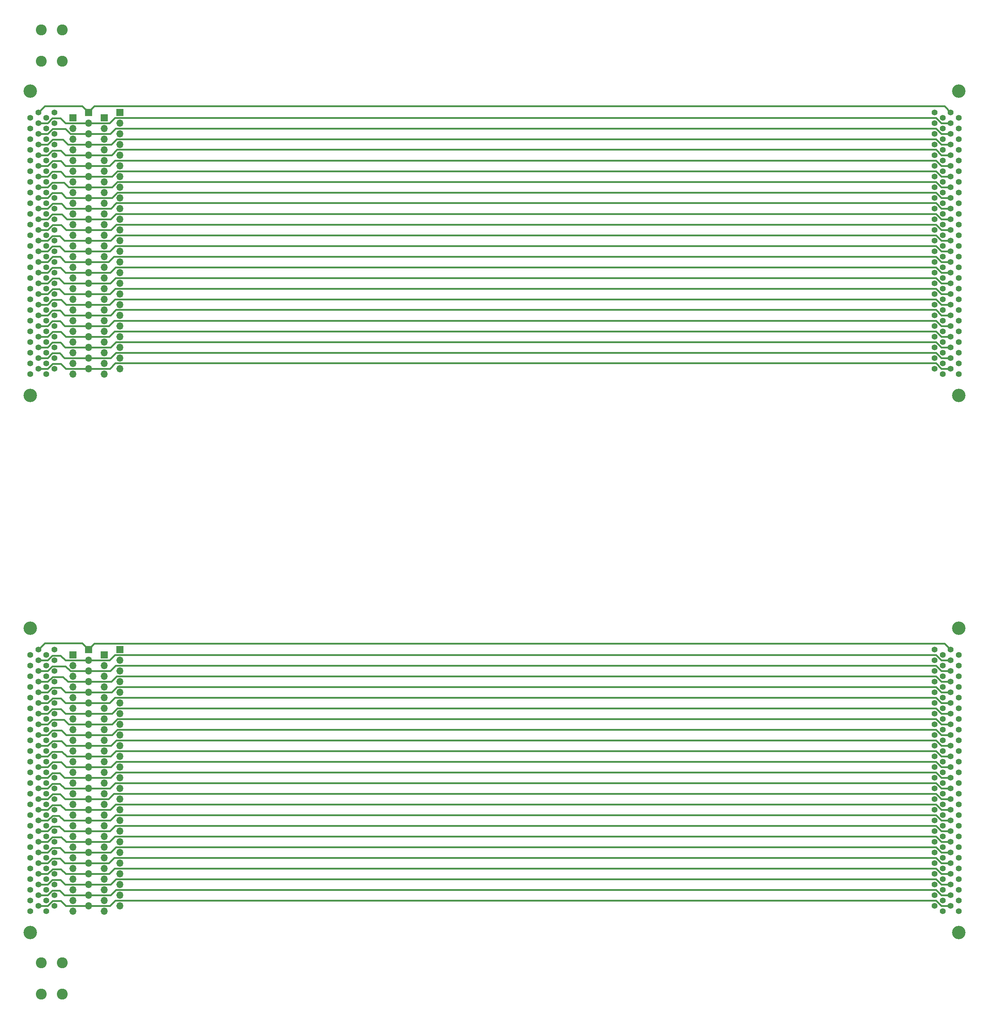
<source format=gbr>
%TF.GenerationSoftware,KiCad,Pcbnew,5.1.12-84ad8e8a86~92~ubuntu20.04.1*%
%TF.CreationDate,2022-06-08T18:54:32+02:00*%
%TF.ProjectId,bvm-a-card-breakout,62766d2d-612d-4636-9172-642d62726561,rev?*%
%TF.SameCoordinates,Original*%
%TF.FileFunction,Copper,L2,Inr*%
%TF.FilePolarity,Positive*%
%FSLAX46Y46*%
G04 Gerber Fmt 4.6, Leading zero omitted, Abs format (unit mm)*
G04 Created by KiCad (PCBNEW 5.1.12-84ad8e8a86~92~ubuntu20.04.1) date 2022-06-08 18:54:32*
%MOMM*%
%LPD*%
G01*
G04 APERTURE LIST*
%TA.AperFunction,ComponentPad*%
%ADD10C,3.200000*%
%TD*%
%TA.AperFunction,ComponentPad*%
%ADD11C,1.400000*%
%TD*%
%TA.AperFunction,ComponentPad*%
%ADD12O,1.700000X1.700000*%
%TD*%
%TA.AperFunction,ComponentPad*%
%ADD13R,1.700000X1.700000*%
%TD*%
%TA.AperFunction,ComponentPad*%
%ADD14C,2.600000*%
%TD*%
%TA.AperFunction,Conductor*%
%ADD15C,0.400000*%
%TD*%
G04 APERTURE END LIST*
D10*
%TO.N,N/C*%
%TO.C,J1*%
X124648840Y-162687000D03*
X124648840Y-90297000D03*
D11*
%TO.N,B2*%
X124648840Y-96647000D03*
%TO.N,B4*%
X124648840Y-99187000D03*
%TO.N,B6*%
X124648840Y-101727000D03*
%TO.N,B8*%
X124648840Y-104267000D03*
%TO.N,B10*%
X124648840Y-106807000D03*
%TO.N,B12*%
X124648840Y-109347000D03*
%TO.N,B14*%
X124648840Y-111887000D03*
%TO.N,B16*%
X124648840Y-114427000D03*
%TO.N,B18*%
X124648840Y-116967000D03*
%TO.N,B20*%
X124648840Y-119507000D03*
%TO.N,B22*%
X124648840Y-122047000D03*
%TO.N,B24*%
X124648840Y-124587000D03*
%TO.N,B26*%
X124648840Y-127127000D03*
%TO.N,B28*%
X124648840Y-129667000D03*
%TO.N,B30*%
X124648840Y-132207000D03*
%TO.N,B32*%
X124648840Y-134747000D03*
%TO.N,B34*%
X124648840Y-137287000D03*
%TO.N,B36*%
X124648840Y-139827000D03*
%TO.N,B38*%
X124648840Y-142367000D03*
%TO.N,B40*%
X124648840Y-144907000D03*
%TO.N,B42*%
X124648840Y-147447000D03*
%TO.N,B44*%
X124648840Y-149987000D03*
%TO.N,B46*%
X124648840Y-152527000D03*
%TO.N,B48*%
X124648840Y-155067000D03*
%TO.N,B50*%
X124648840Y-157607000D03*
%TO.N,A1*%
X130363840Y-95377000D03*
%TO.N,A3*%
X130363840Y-97917000D03*
%TO.N,A5*%
X130363840Y-100457000D03*
%TO.N,A7*%
X130363840Y-102997000D03*
%TO.N,A9*%
X130363840Y-105537000D03*
%TO.N,A11*%
X130363840Y-108077000D03*
%TO.N,A13*%
X130363840Y-110617000D03*
%TO.N,A15*%
X130363840Y-113157000D03*
%TO.N,A17*%
X130363840Y-115697000D03*
%TO.N,A19*%
X130363840Y-118237000D03*
%TO.N,A21*%
X130363840Y-120777000D03*
%TO.N,A23*%
X130363840Y-123317000D03*
%TO.N,A25*%
X130363840Y-125857000D03*
%TO.N,A27*%
X130363840Y-128397000D03*
%TO.N,A29*%
X130363840Y-130937000D03*
%TO.N,A31*%
X130363840Y-133477000D03*
%TO.N,A33*%
X130363840Y-136017000D03*
%TO.N,A35*%
X130363840Y-138557000D03*
%TO.N,A37*%
X130363840Y-141097000D03*
%TO.N,A39*%
X130363840Y-143637000D03*
%TO.N,A41*%
X130363840Y-146177000D03*
%TO.N,A43*%
X130363840Y-148717000D03*
%TO.N,A45*%
X130363840Y-151257000D03*
%TO.N,A47*%
X130363840Y-153797000D03*
%TO.N,A49*%
X130363840Y-156337000D03*
%TO.N,A2*%
X128458840Y-96647000D03*
%TO.N,A4*%
X128458840Y-99187000D03*
%TO.N,A6*%
X128458840Y-101727000D03*
%TO.N,A8*%
X128458840Y-104267000D03*
%TO.N,A10*%
X128458840Y-106807000D03*
%TO.N,A12*%
X128458840Y-109347000D03*
%TO.N,A14*%
X128458840Y-111887000D03*
%TO.N,A16*%
X128458840Y-114427000D03*
%TO.N,A18*%
X128458840Y-116967000D03*
%TO.N,A20*%
X128458840Y-119507000D03*
%TO.N,A22*%
X128458840Y-122047000D03*
%TO.N,A24*%
X128458840Y-124587000D03*
%TO.N,A26*%
X128458840Y-127127000D03*
%TO.N,A28*%
X128458840Y-129667000D03*
%TO.N,A30*%
X128458840Y-132207000D03*
%TO.N,A32*%
X128458840Y-134747000D03*
%TO.N,A34*%
X128458840Y-137287000D03*
%TO.N,A36*%
X128458840Y-139827000D03*
%TO.N,A38*%
X128458840Y-142367000D03*
%TO.N,A40*%
X128458840Y-144907000D03*
%TO.N,A42*%
X128458840Y-147447000D03*
%TO.N,A44*%
X128458840Y-149987000D03*
%TO.N,A46*%
X128458840Y-152527000D03*
%TO.N,A48*%
X128458840Y-155067000D03*
%TO.N,A50*%
X128458840Y-157607000D03*
%TO.N,B1*%
X126553840Y-95377000D03*
%TO.N,B3*%
X126553840Y-97917000D03*
%TO.N,B5*%
X126553840Y-100457000D03*
%TO.N,B7*%
X126553840Y-102997000D03*
%TO.N,B9*%
X126553840Y-105537000D03*
%TO.N,B11*%
X126553840Y-108077000D03*
%TO.N,B13*%
X126553840Y-110617000D03*
%TO.N,B15*%
X126553840Y-113157000D03*
%TO.N,B17*%
X126553840Y-115697000D03*
%TO.N,B19*%
X126553840Y-118237000D03*
%TO.N,B21*%
X126553840Y-120777000D03*
%TO.N,B23*%
X126553840Y-123317000D03*
%TO.N,B25*%
X126553840Y-125857000D03*
%TO.N,B27*%
X126553840Y-128397000D03*
%TO.N,B29*%
X126553840Y-130937000D03*
%TO.N,B31*%
X126553840Y-133477000D03*
%TO.N,B33*%
X126553840Y-136017000D03*
%TO.N,B35*%
X126553840Y-138557000D03*
%TO.N,B37*%
X126553840Y-141097000D03*
%TO.N,B39*%
X126553840Y-143637000D03*
%TO.N,B41*%
X126553840Y-146177000D03*
%TO.N,B43*%
X126553840Y-148717000D03*
%TO.N,B45*%
X126553840Y-151257000D03*
%TO.N,B47*%
X126553840Y-153797000D03*
%TO.N,B49*%
X126553840Y-156337000D03*
%TD*%
%TO.N,B49_2*%
%TO.C,J11*%
X126552960Y-284129480D03*
%TO.N,B47_2*%
X126552960Y-281589480D03*
%TO.N,B45_2*%
X126552960Y-279049480D03*
%TO.N,B43_2*%
X126552960Y-276509480D03*
%TO.N,B41_2*%
X126552960Y-273969480D03*
%TO.N,B39_2*%
X126552960Y-271429480D03*
%TO.N,B37_2*%
X126552960Y-268889480D03*
%TO.N,B35_2*%
X126552960Y-266349480D03*
%TO.N,B33_2*%
X126552960Y-263809480D03*
%TO.N,B31_2*%
X126552960Y-261269480D03*
%TO.N,B29_2*%
X126552960Y-258729480D03*
%TO.N,B27_2*%
X126552960Y-256189480D03*
%TO.N,B25_2*%
X126552960Y-253649480D03*
%TO.N,B23_2*%
X126552960Y-251109480D03*
%TO.N,B21_2*%
X126552960Y-248569480D03*
%TO.N,B19_2*%
X126552960Y-246029480D03*
%TO.N,B17_2*%
X126552960Y-243489480D03*
%TO.N,B15_2*%
X126552960Y-240949480D03*
%TO.N,B13_2*%
X126552960Y-238409480D03*
%TO.N,B11_2*%
X126552960Y-235869480D03*
%TO.N,B9_2*%
X126552960Y-233329480D03*
%TO.N,B7_2*%
X126552960Y-230789480D03*
%TO.N,B5_2*%
X126552960Y-228249480D03*
%TO.N,B3_2*%
X126552960Y-225709480D03*
%TO.N,B1_2*%
X126552960Y-223169480D03*
%TO.N,A50_2*%
X128457960Y-285399480D03*
%TO.N,A48_2*%
X128457960Y-282859480D03*
%TO.N,A46_2*%
X128457960Y-280319480D03*
%TO.N,A44_2*%
X128457960Y-277779480D03*
%TO.N,A42_2*%
X128457960Y-275239480D03*
%TO.N,A40_2*%
X128457960Y-272699480D03*
%TO.N,A38_2*%
X128457960Y-270159480D03*
%TO.N,A36_2*%
X128457960Y-267619480D03*
%TO.N,A34_2*%
X128457960Y-265079480D03*
%TO.N,A32_2*%
X128457960Y-262539480D03*
%TO.N,A30_2*%
X128457960Y-259999480D03*
%TO.N,A28_2*%
X128457960Y-257459480D03*
%TO.N,A26_2*%
X128457960Y-254919480D03*
%TO.N,A24_2*%
X128457960Y-252379480D03*
%TO.N,A22_2*%
X128457960Y-249839480D03*
%TO.N,A20_2*%
X128457960Y-247299480D03*
%TO.N,A18_2*%
X128457960Y-244759480D03*
%TO.N,A16_2*%
X128457960Y-242219480D03*
%TO.N,A14_2*%
X128457960Y-239679480D03*
%TO.N,A12_2*%
X128457960Y-237139480D03*
%TO.N,A10_2*%
X128457960Y-234599480D03*
%TO.N,A8_2*%
X128457960Y-232059480D03*
%TO.N,A6_2*%
X128457960Y-229519480D03*
%TO.N,A4_2*%
X128457960Y-226979480D03*
%TO.N,A2_2*%
X128457960Y-224439480D03*
%TO.N,A49_2*%
X130362960Y-284129480D03*
%TO.N,A47_2*%
X130362960Y-281589480D03*
%TO.N,A45_2*%
X130362960Y-279049480D03*
%TO.N,A43_2*%
X130362960Y-276509480D03*
%TO.N,A41_2*%
X130362960Y-273969480D03*
%TO.N,A39_2*%
X130362960Y-271429480D03*
%TO.N,A37_2*%
X130362960Y-268889480D03*
%TO.N,A35_2*%
X130362960Y-266349480D03*
%TO.N,A33_2*%
X130362960Y-263809480D03*
%TO.N,A31_2*%
X130362960Y-261269480D03*
%TO.N,A29_2*%
X130362960Y-258729480D03*
%TO.N,A27_2*%
X130362960Y-256189480D03*
%TO.N,A25_2*%
X130362960Y-253649480D03*
%TO.N,A23_2*%
X130362960Y-251109480D03*
%TO.N,A21_2*%
X130362960Y-248569480D03*
%TO.N,A19_2*%
X130362960Y-246029480D03*
%TO.N,A17_2*%
X130362960Y-243489480D03*
%TO.N,A15_2*%
X130362960Y-240949480D03*
%TO.N,A13_2*%
X130362960Y-238409480D03*
%TO.N,A11_2*%
X130362960Y-235869480D03*
%TO.N,A9_2*%
X130362960Y-233329480D03*
%TO.N,A7_2*%
X130362960Y-230789480D03*
%TO.N,A5_2*%
X130362960Y-228249480D03*
%TO.N,A3_2*%
X130362960Y-225709480D03*
%TO.N,A1_2*%
X130362960Y-223169480D03*
%TO.N,B50_2*%
X124647960Y-285399480D03*
%TO.N,B48_2*%
X124647960Y-282859480D03*
%TO.N,B46_2*%
X124647960Y-280319480D03*
%TO.N,B44_2*%
X124647960Y-277779480D03*
%TO.N,B42_2*%
X124647960Y-275239480D03*
%TO.N,B40_2*%
X124647960Y-272699480D03*
%TO.N,B38_2*%
X124647960Y-270159480D03*
%TO.N,B36_2*%
X124647960Y-267619480D03*
%TO.N,B34_2*%
X124647960Y-265079480D03*
%TO.N,B32_2*%
X124647960Y-262539480D03*
%TO.N,B30_2*%
X124647960Y-259999480D03*
%TO.N,B28_2*%
X124647960Y-257459480D03*
%TO.N,B26_2*%
X124647960Y-254919480D03*
%TO.N,B24_2*%
X124647960Y-252379480D03*
%TO.N,B22_2*%
X124647960Y-249839480D03*
%TO.N,B20_2*%
X124647960Y-247299480D03*
%TO.N,B18_2*%
X124647960Y-244759480D03*
%TO.N,B16_2*%
X124647960Y-242219480D03*
%TO.N,B14_2*%
X124647960Y-239679480D03*
%TO.N,B12_2*%
X124647960Y-237139480D03*
%TO.N,B10_2*%
X124647960Y-234599480D03*
%TO.N,B8_2*%
X124647960Y-232059480D03*
%TO.N,B6_2*%
X124647960Y-229519480D03*
%TO.N,B4_2*%
X124647960Y-226979480D03*
%TO.N,B2_2*%
X124647960Y-224439480D03*
D10*
%TO.N,N/C*%
X124647960Y-218089480D03*
X124647960Y-290479480D03*
%TD*%
%TO.N,N/C*%
%TO.C,J2*%
X345588240Y-162683560D03*
X345588240Y-90293560D03*
D11*
%TO.N,B2*%
X345588240Y-96643560D03*
%TO.N,B4*%
X345588240Y-99183560D03*
%TO.N,B6*%
X345588240Y-101723560D03*
%TO.N,B8*%
X345588240Y-104263560D03*
%TO.N,B10*%
X345588240Y-106803560D03*
%TO.N,B12*%
X345588240Y-109343560D03*
%TO.N,B14*%
X345588240Y-111883560D03*
%TO.N,B16*%
X345588240Y-114423560D03*
%TO.N,B18*%
X345588240Y-116963560D03*
%TO.N,B20*%
X345588240Y-119503560D03*
%TO.N,B22*%
X345588240Y-122043560D03*
%TO.N,B24*%
X345588240Y-124583560D03*
%TO.N,B26*%
X345588240Y-127123560D03*
%TO.N,B28*%
X345588240Y-129663560D03*
%TO.N,B30*%
X345588240Y-132203560D03*
%TO.N,B32*%
X345588240Y-134743560D03*
%TO.N,B34*%
X345588240Y-137283560D03*
%TO.N,B36*%
X345588240Y-139823560D03*
%TO.N,B38*%
X345588240Y-142363560D03*
%TO.N,B40*%
X345588240Y-144903560D03*
%TO.N,B42*%
X345588240Y-147443560D03*
%TO.N,B44*%
X345588240Y-149983560D03*
%TO.N,B46*%
X345588240Y-152523560D03*
%TO.N,B48*%
X345588240Y-155063560D03*
%TO.N,B50*%
X345588240Y-157603560D03*
%TO.N,A1*%
X339873240Y-95373560D03*
%TO.N,A3*%
X339873240Y-97913560D03*
%TO.N,A5*%
X339873240Y-100453560D03*
%TO.N,A7*%
X339873240Y-102993560D03*
%TO.N,A9*%
X339873240Y-105533560D03*
%TO.N,A11*%
X339873240Y-108073560D03*
%TO.N,A13*%
X339873240Y-110613560D03*
%TO.N,A15*%
X339873240Y-113153560D03*
%TO.N,A17*%
X339873240Y-115693560D03*
%TO.N,A19*%
X339873240Y-118233560D03*
%TO.N,A21*%
X339873240Y-120773560D03*
%TO.N,A23*%
X339873240Y-123313560D03*
%TO.N,A25*%
X339873240Y-125853560D03*
%TO.N,A27*%
X339873240Y-128393560D03*
%TO.N,A29*%
X339873240Y-130933560D03*
%TO.N,A31*%
X339873240Y-133473560D03*
%TO.N,A33*%
X339873240Y-136013560D03*
%TO.N,A35*%
X339873240Y-138553560D03*
%TO.N,A37*%
X339873240Y-141093560D03*
%TO.N,A39*%
X339873240Y-143633560D03*
%TO.N,A41*%
X339873240Y-146173560D03*
%TO.N,A43*%
X339873240Y-148713560D03*
%TO.N,A45*%
X339873240Y-151253560D03*
%TO.N,A47*%
X339873240Y-153793560D03*
%TO.N,A49*%
X339873240Y-156333560D03*
%TO.N,A2*%
X341778240Y-96643560D03*
%TO.N,A4*%
X341778240Y-99183560D03*
%TO.N,A6*%
X341778240Y-101723560D03*
%TO.N,A8*%
X341778240Y-104263560D03*
%TO.N,A10*%
X341778240Y-106803560D03*
%TO.N,A12*%
X341778240Y-109343560D03*
%TO.N,A14*%
X341778240Y-111883560D03*
%TO.N,A16*%
X341778240Y-114423560D03*
%TO.N,A18*%
X341778240Y-116963560D03*
%TO.N,A20*%
X341778240Y-119503560D03*
%TO.N,A22*%
X341778240Y-122043560D03*
%TO.N,A24*%
X341778240Y-124583560D03*
%TO.N,A26*%
X341778240Y-127123560D03*
%TO.N,A28*%
X341778240Y-129663560D03*
%TO.N,A30*%
X341778240Y-132203560D03*
%TO.N,A32*%
X341778240Y-134743560D03*
%TO.N,A34*%
X341778240Y-137283560D03*
%TO.N,A36*%
X341778240Y-139823560D03*
%TO.N,A38*%
X341778240Y-142363560D03*
%TO.N,A40*%
X341778240Y-144903560D03*
%TO.N,A42*%
X341778240Y-147443560D03*
%TO.N,A44*%
X341778240Y-149983560D03*
%TO.N,A46*%
X341778240Y-152523560D03*
%TO.N,A48*%
X341778240Y-155063560D03*
%TO.N,A50*%
X341778240Y-157603560D03*
%TO.N,B1*%
X343683240Y-95373560D03*
%TO.N,B3*%
X343683240Y-97913560D03*
%TO.N,B5*%
X343683240Y-100453560D03*
%TO.N,B7*%
X343683240Y-102993560D03*
%TO.N,B9*%
X343683240Y-105533560D03*
%TO.N,B11*%
X343683240Y-108073560D03*
%TO.N,B13*%
X343683240Y-110613560D03*
%TO.N,B15*%
X343683240Y-113153560D03*
%TO.N,B17*%
X343683240Y-115693560D03*
%TO.N,B19*%
X343683240Y-118233560D03*
%TO.N,B21*%
X343683240Y-120773560D03*
%TO.N,B23*%
X343683240Y-123313560D03*
%TO.N,B25*%
X343683240Y-125853560D03*
%TO.N,B27*%
X343683240Y-128393560D03*
%TO.N,B29*%
X343683240Y-130933560D03*
%TO.N,B31*%
X343683240Y-133473560D03*
%TO.N,B33*%
X343683240Y-136013560D03*
%TO.N,B35*%
X343683240Y-138553560D03*
%TO.N,B37*%
X343683240Y-141093560D03*
%TO.N,B39*%
X343683240Y-143633560D03*
%TO.N,B41*%
X343683240Y-146173560D03*
%TO.N,B43*%
X343683240Y-148713560D03*
%TO.N,B45*%
X343683240Y-151253560D03*
%TO.N,B47*%
X343683240Y-153793560D03*
%TO.N,B49*%
X343683240Y-156333560D03*
%TD*%
D10*
%TO.N,N/C*%
%TO.C,J12*%
X345587320Y-290474400D03*
X345587320Y-218084400D03*
D11*
%TO.N,B2_2*%
X345587320Y-224434400D03*
%TO.N,B4_2*%
X345587320Y-226974400D03*
%TO.N,B6_2*%
X345587320Y-229514400D03*
%TO.N,B8_2*%
X345587320Y-232054400D03*
%TO.N,B10_2*%
X345587320Y-234594400D03*
%TO.N,B12_2*%
X345587320Y-237134400D03*
%TO.N,B14_2*%
X345587320Y-239674400D03*
%TO.N,B16_2*%
X345587320Y-242214400D03*
%TO.N,B18_2*%
X345587320Y-244754400D03*
%TO.N,B20_2*%
X345587320Y-247294400D03*
%TO.N,B22_2*%
X345587320Y-249834400D03*
%TO.N,B24_2*%
X345587320Y-252374400D03*
%TO.N,B26_2*%
X345587320Y-254914400D03*
%TO.N,B28_2*%
X345587320Y-257454400D03*
%TO.N,B30_2*%
X345587320Y-259994400D03*
%TO.N,B32_2*%
X345587320Y-262534400D03*
%TO.N,B34_2*%
X345587320Y-265074400D03*
%TO.N,B36_2*%
X345587320Y-267614400D03*
%TO.N,B38_2*%
X345587320Y-270154400D03*
%TO.N,B40_2*%
X345587320Y-272694400D03*
%TO.N,B42_2*%
X345587320Y-275234400D03*
%TO.N,B44_2*%
X345587320Y-277774400D03*
%TO.N,B46_2*%
X345587320Y-280314400D03*
%TO.N,B48_2*%
X345587320Y-282854400D03*
%TO.N,B50_2*%
X345587320Y-285394400D03*
%TO.N,A1_2*%
X339872320Y-223164400D03*
%TO.N,A3_2*%
X339872320Y-225704400D03*
%TO.N,A5_2*%
X339872320Y-228244400D03*
%TO.N,A7_2*%
X339872320Y-230784400D03*
%TO.N,A9_2*%
X339872320Y-233324400D03*
%TO.N,A11_2*%
X339872320Y-235864400D03*
%TO.N,A13_2*%
X339872320Y-238404400D03*
%TO.N,A15_2*%
X339872320Y-240944400D03*
%TO.N,A17_2*%
X339872320Y-243484400D03*
%TO.N,A19_2*%
X339872320Y-246024400D03*
%TO.N,A21_2*%
X339872320Y-248564400D03*
%TO.N,A23_2*%
X339872320Y-251104400D03*
%TO.N,A25_2*%
X339872320Y-253644400D03*
%TO.N,A27_2*%
X339872320Y-256184400D03*
%TO.N,A29_2*%
X339872320Y-258724400D03*
%TO.N,A31_2*%
X339872320Y-261264400D03*
%TO.N,A33_2*%
X339872320Y-263804400D03*
%TO.N,A35_2*%
X339872320Y-266344400D03*
%TO.N,A37_2*%
X339872320Y-268884400D03*
%TO.N,A39_2*%
X339872320Y-271424400D03*
%TO.N,A41_2*%
X339872320Y-273964400D03*
%TO.N,A43_2*%
X339872320Y-276504400D03*
%TO.N,A45_2*%
X339872320Y-279044400D03*
%TO.N,A47_2*%
X339872320Y-281584400D03*
%TO.N,A49_2*%
X339872320Y-284124400D03*
%TO.N,A2_2*%
X341777320Y-224434400D03*
%TO.N,A4_2*%
X341777320Y-226974400D03*
%TO.N,A6_2*%
X341777320Y-229514400D03*
%TO.N,A8_2*%
X341777320Y-232054400D03*
%TO.N,A10_2*%
X341777320Y-234594400D03*
%TO.N,A12_2*%
X341777320Y-237134400D03*
%TO.N,A14_2*%
X341777320Y-239674400D03*
%TO.N,A16_2*%
X341777320Y-242214400D03*
%TO.N,A18_2*%
X341777320Y-244754400D03*
%TO.N,A20_2*%
X341777320Y-247294400D03*
%TO.N,A22_2*%
X341777320Y-249834400D03*
%TO.N,A24_2*%
X341777320Y-252374400D03*
%TO.N,A26_2*%
X341777320Y-254914400D03*
%TO.N,A28_2*%
X341777320Y-257454400D03*
%TO.N,A30_2*%
X341777320Y-259994400D03*
%TO.N,A32_2*%
X341777320Y-262534400D03*
%TO.N,A34_2*%
X341777320Y-265074400D03*
%TO.N,A36_2*%
X341777320Y-267614400D03*
%TO.N,A38_2*%
X341777320Y-270154400D03*
%TO.N,A40_2*%
X341777320Y-272694400D03*
%TO.N,A42_2*%
X341777320Y-275234400D03*
%TO.N,A44_2*%
X341777320Y-277774400D03*
%TO.N,A46_2*%
X341777320Y-280314400D03*
%TO.N,A48_2*%
X341777320Y-282854400D03*
%TO.N,A50_2*%
X341777320Y-285394400D03*
%TO.N,B1_2*%
X343682320Y-223164400D03*
%TO.N,B3_2*%
X343682320Y-225704400D03*
%TO.N,B5_2*%
X343682320Y-228244400D03*
%TO.N,B7_2*%
X343682320Y-230784400D03*
%TO.N,B9_2*%
X343682320Y-233324400D03*
%TO.N,B11_2*%
X343682320Y-235864400D03*
%TO.N,B13_2*%
X343682320Y-238404400D03*
%TO.N,B15_2*%
X343682320Y-240944400D03*
%TO.N,B17_2*%
X343682320Y-243484400D03*
%TO.N,B19_2*%
X343682320Y-246024400D03*
%TO.N,B21_2*%
X343682320Y-248564400D03*
%TO.N,B23_2*%
X343682320Y-251104400D03*
%TO.N,B25_2*%
X343682320Y-253644400D03*
%TO.N,B27_2*%
X343682320Y-256184400D03*
%TO.N,B29_2*%
X343682320Y-258724400D03*
%TO.N,B31_2*%
X343682320Y-261264400D03*
%TO.N,B33_2*%
X343682320Y-263804400D03*
%TO.N,B35_2*%
X343682320Y-266344400D03*
%TO.N,B37_2*%
X343682320Y-268884400D03*
%TO.N,B39_2*%
X343682320Y-271424400D03*
%TO.N,B41_2*%
X343682320Y-273964400D03*
%TO.N,B43_2*%
X343682320Y-276504400D03*
%TO.N,B45_2*%
X343682320Y-279044400D03*
%TO.N,B47_2*%
X343682320Y-281584400D03*
%TO.N,B49_2*%
X343682320Y-284124400D03*
%TD*%
D12*
%TO.N,B49*%
%TO.C,J3*%
X138488840Y-156320860D03*
%TO.N,B47*%
X138488840Y-153780860D03*
%TO.N,B45*%
X138488840Y-151240860D03*
%TO.N,B43*%
X138488840Y-148700860D03*
%TO.N,B41*%
X138488840Y-146160860D03*
%TO.N,B39*%
X138488840Y-143620860D03*
%TO.N,B37*%
X138488840Y-141080860D03*
%TO.N,B35*%
X138488840Y-138540860D03*
%TO.N,B33*%
X138488840Y-136000860D03*
%TO.N,B31*%
X138488840Y-133460860D03*
%TO.N,B29*%
X138488840Y-130920860D03*
%TO.N,B27*%
X138488840Y-128380860D03*
%TO.N,B25*%
X138488840Y-125840860D03*
%TO.N,B23*%
X138488840Y-123300860D03*
%TO.N,B21*%
X138488840Y-120760860D03*
%TO.N,B19*%
X138488840Y-118220860D03*
%TO.N,B17*%
X138488840Y-115680860D03*
%TO.N,B15*%
X138488840Y-113140860D03*
%TO.N,B13*%
X138488840Y-110600860D03*
%TO.N,B11*%
X138488840Y-108060860D03*
%TO.N,B9*%
X138488840Y-105520860D03*
%TO.N,B7*%
X138488840Y-102980860D03*
%TO.N,B5*%
X138488840Y-100440860D03*
%TO.N,B3*%
X138488840Y-97900860D03*
D13*
%TO.N,B1*%
X138488840Y-95360860D03*
%TD*%
%TO.N,B2*%
%TO.C,J5*%
X134763840Y-96635860D03*
D12*
%TO.N,B4*%
X134763840Y-99175860D03*
%TO.N,B6*%
X134763840Y-101715860D03*
%TO.N,B8*%
X134763840Y-104255860D03*
%TO.N,B10*%
X134763840Y-106795860D03*
%TO.N,B12*%
X134763840Y-109335860D03*
%TO.N,B14*%
X134763840Y-111875860D03*
%TO.N,B16*%
X134763840Y-114415860D03*
%TO.N,B18*%
X134763840Y-116955860D03*
%TO.N,B20*%
X134763840Y-119495860D03*
%TO.N,B22*%
X134763840Y-122035860D03*
%TO.N,B24*%
X134763840Y-124575860D03*
%TO.N,B26*%
X134763840Y-127115860D03*
%TO.N,B28*%
X134763840Y-129655860D03*
%TO.N,B30*%
X134763840Y-132195860D03*
%TO.N,B32*%
X134763840Y-134735860D03*
%TO.N,B34*%
X134763840Y-137275860D03*
%TO.N,B36*%
X134763840Y-139815860D03*
%TO.N,B38*%
X134763840Y-142355860D03*
%TO.N,B40*%
X134763840Y-144895860D03*
%TO.N,B42*%
X134763840Y-147435860D03*
%TO.N,B44*%
X134763840Y-149975860D03*
%TO.N,B46*%
X134763840Y-152515860D03*
%TO.N,B48*%
X134763840Y-155055860D03*
%TO.N,B50*%
X134763840Y-157595860D03*
%TD*%
%TO.N,A49*%
%TO.C,J4*%
X145938840Y-156320860D03*
%TO.N,A47*%
X145938840Y-153780860D03*
%TO.N,A45*%
X145938840Y-151240860D03*
%TO.N,A43*%
X145938840Y-148700860D03*
%TO.N,A41*%
X145938840Y-146160860D03*
%TO.N,A39*%
X145938840Y-143620860D03*
%TO.N,A37*%
X145938840Y-141080860D03*
%TO.N,A35*%
X145938840Y-138540860D03*
%TO.N,A33*%
X145938840Y-136000860D03*
%TO.N,A31*%
X145938840Y-133460860D03*
%TO.N,A29*%
X145938840Y-130920860D03*
%TO.N,A27*%
X145938840Y-128380860D03*
%TO.N,A25*%
X145938840Y-125840860D03*
%TO.N,A23*%
X145938840Y-123300860D03*
%TO.N,A21*%
X145938840Y-120760860D03*
%TO.N,A19*%
X145938840Y-118220860D03*
%TO.N,A17*%
X145938840Y-115680860D03*
%TO.N,A15*%
X145938840Y-113140860D03*
%TO.N,A13*%
X145938840Y-110600860D03*
%TO.N,A11*%
X145938840Y-108060860D03*
%TO.N,A9*%
X145938840Y-105520860D03*
%TO.N,A7*%
X145938840Y-102980860D03*
%TO.N,A5*%
X145938840Y-100440860D03*
%TO.N,A3*%
X145938840Y-97900860D03*
D13*
%TO.N,A1*%
X145938840Y-95360860D03*
%TD*%
%TO.N,A2*%
%TO.C,J6*%
X142213840Y-96635860D03*
D12*
%TO.N,A4*%
X142213840Y-99175860D03*
%TO.N,A6*%
X142213840Y-101715860D03*
%TO.N,A8*%
X142213840Y-104255860D03*
%TO.N,A10*%
X142213840Y-106795860D03*
%TO.N,A12*%
X142213840Y-109335860D03*
%TO.N,A14*%
X142213840Y-111875860D03*
%TO.N,A16*%
X142213840Y-114415860D03*
%TO.N,A18*%
X142213840Y-116955860D03*
%TO.N,A20*%
X142213840Y-119495860D03*
%TO.N,A22*%
X142213840Y-122035860D03*
%TO.N,A24*%
X142213840Y-124575860D03*
%TO.N,A26*%
X142213840Y-127115860D03*
%TO.N,A28*%
X142213840Y-129655860D03*
%TO.N,A30*%
X142213840Y-132195860D03*
%TO.N,A32*%
X142213840Y-134735860D03*
%TO.N,A34*%
X142213840Y-137275860D03*
%TO.N,A36*%
X142213840Y-139815860D03*
%TO.N,A38*%
X142213840Y-142355860D03*
%TO.N,A40*%
X142213840Y-144895860D03*
%TO.N,A42*%
X142213840Y-147435860D03*
%TO.N,A44*%
X142213840Y-149975860D03*
%TO.N,A46*%
X142213840Y-152515860D03*
%TO.N,A48*%
X142213840Y-155055860D03*
%TO.N,A50*%
X142213840Y-157595860D03*
%TD*%
D14*
%TO.N,N/C*%
%TO.C,H2*%
X127274000Y-75722360D03*
X132274000Y-75722360D03*
X132274000Y-83222360D03*
X127274000Y-83222360D03*
%TD*%
%TO.N,N/C*%
%TO.C,H1*%
X127274000Y-305122360D03*
X132274000Y-305122360D03*
X132274000Y-297622360D03*
X127274000Y-297622360D03*
%TD*%
D12*
%TO.N,B49_2*%
%TO.C,J13*%
X138488840Y-284123500D03*
%TO.N,B47_2*%
X138488840Y-281583500D03*
%TO.N,B45_2*%
X138488840Y-279043500D03*
%TO.N,B43_2*%
X138488840Y-276503500D03*
%TO.N,B41_2*%
X138488840Y-273963500D03*
%TO.N,B39_2*%
X138488840Y-271423500D03*
%TO.N,B37_2*%
X138488840Y-268883500D03*
%TO.N,B35_2*%
X138488840Y-266343500D03*
%TO.N,B33_2*%
X138488840Y-263803500D03*
%TO.N,B31_2*%
X138488840Y-261263500D03*
%TO.N,B29_2*%
X138488840Y-258723500D03*
%TO.N,B27_2*%
X138488840Y-256183500D03*
%TO.N,B25_2*%
X138488840Y-253643500D03*
%TO.N,B23_2*%
X138488840Y-251103500D03*
%TO.N,B21_2*%
X138488840Y-248563500D03*
%TO.N,B19_2*%
X138488840Y-246023500D03*
%TO.N,B17_2*%
X138488840Y-243483500D03*
%TO.N,B15_2*%
X138488840Y-240943500D03*
%TO.N,B13_2*%
X138488840Y-238403500D03*
%TO.N,B11_2*%
X138488840Y-235863500D03*
%TO.N,B9_2*%
X138488840Y-233323500D03*
%TO.N,B7_2*%
X138488840Y-230783500D03*
%TO.N,B5_2*%
X138488840Y-228243500D03*
%TO.N,B3_2*%
X138488840Y-225703500D03*
D13*
%TO.N,B1_2*%
X138488840Y-223163500D03*
%TD*%
D12*
%TO.N,A49_2*%
%TO.C,J14*%
X145938840Y-284123500D03*
%TO.N,A47_2*%
X145938840Y-281583500D03*
%TO.N,A45_2*%
X145938840Y-279043500D03*
%TO.N,A43_2*%
X145938840Y-276503500D03*
%TO.N,A41_2*%
X145938840Y-273963500D03*
%TO.N,A39_2*%
X145938840Y-271423500D03*
%TO.N,A37_2*%
X145938840Y-268883500D03*
%TO.N,A35_2*%
X145938840Y-266343500D03*
%TO.N,A33_2*%
X145938840Y-263803500D03*
%TO.N,A31_2*%
X145938840Y-261263500D03*
%TO.N,A29_2*%
X145938840Y-258723500D03*
%TO.N,A27_2*%
X145938840Y-256183500D03*
%TO.N,A25_2*%
X145938840Y-253643500D03*
%TO.N,A23_2*%
X145938840Y-251103500D03*
%TO.N,A21_2*%
X145938840Y-248563500D03*
%TO.N,A19_2*%
X145938840Y-246023500D03*
%TO.N,A17_2*%
X145938840Y-243483500D03*
%TO.N,A15_2*%
X145938840Y-240943500D03*
%TO.N,A13_2*%
X145938840Y-238403500D03*
%TO.N,A11_2*%
X145938840Y-235863500D03*
%TO.N,A9_2*%
X145938840Y-233323500D03*
%TO.N,A7_2*%
X145938840Y-230783500D03*
%TO.N,A5_2*%
X145938840Y-228243500D03*
%TO.N,A3_2*%
X145938840Y-225703500D03*
D13*
%TO.N,A1_2*%
X145938840Y-223163500D03*
%TD*%
%TO.N,B2_2*%
%TO.C,J15*%
X134763840Y-224438500D03*
D12*
%TO.N,B4_2*%
X134763840Y-226978500D03*
%TO.N,B6_2*%
X134763840Y-229518500D03*
%TO.N,B8_2*%
X134763840Y-232058500D03*
%TO.N,B10_2*%
X134763840Y-234598500D03*
%TO.N,B12_2*%
X134763840Y-237138500D03*
%TO.N,B14_2*%
X134763840Y-239678500D03*
%TO.N,B16_2*%
X134763840Y-242218500D03*
%TO.N,B18_2*%
X134763840Y-244758500D03*
%TO.N,B20_2*%
X134763840Y-247298500D03*
%TO.N,B22_2*%
X134763840Y-249838500D03*
%TO.N,B24_2*%
X134763840Y-252378500D03*
%TO.N,B26_2*%
X134763840Y-254918500D03*
%TO.N,B28_2*%
X134763840Y-257458500D03*
%TO.N,B30_2*%
X134763840Y-259998500D03*
%TO.N,B32_2*%
X134763840Y-262538500D03*
%TO.N,B34_2*%
X134763840Y-265078500D03*
%TO.N,B36_2*%
X134763840Y-267618500D03*
%TO.N,B38_2*%
X134763840Y-270158500D03*
%TO.N,B40_2*%
X134763840Y-272698500D03*
%TO.N,B42_2*%
X134763840Y-275238500D03*
%TO.N,B44_2*%
X134763840Y-277778500D03*
%TO.N,B46_2*%
X134763840Y-280318500D03*
%TO.N,B48_2*%
X134763840Y-282858500D03*
%TO.N,B50_2*%
X134763840Y-285398500D03*
%TD*%
D13*
%TO.N,A2_2*%
%TO.C,J16*%
X142213840Y-224438500D03*
D12*
%TO.N,A4_2*%
X142213840Y-226978500D03*
%TO.N,A6_2*%
X142213840Y-229518500D03*
%TO.N,A8_2*%
X142213840Y-232058500D03*
%TO.N,A10_2*%
X142213840Y-234598500D03*
%TO.N,A12_2*%
X142213840Y-237138500D03*
%TO.N,A14_2*%
X142213840Y-239678500D03*
%TO.N,A16_2*%
X142213840Y-242218500D03*
%TO.N,A18_2*%
X142213840Y-244758500D03*
%TO.N,A20_2*%
X142213840Y-247298500D03*
%TO.N,A22_2*%
X142213840Y-249838500D03*
%TO.N,A24_2*%
X142213840Y-252378500D03*
%TO.N,A26_2*%
X142213840Y-254918500D03*
%TO.N,A28_2*%
X142213840Y-257458500D03*
%TO.N,A30_2*%
X142213840Y-259998500D03*
%TO.N,A32_2*%
X142213840Y-262538500D03*
%TO.N,A34_2*%
X142213840Y-265078500D03*
%TO.N,A36_2*%
X142213840Y-267618500D03*
%TO.N,A38_2*%
X142213840Y-270158500D03*
%TO.N,A40_2*%
X142213840Y-272698500D03*
%TO.N,A42_2*%
X142213840Y-275238500D03*
%TO.N,A44_2*%
X142213840Y-277778500D03*
%TO.N,A46_2*%
X142213840Y-280318500D03*
%TO.N,A48_2*%
X142213840Y-282858500D03*
%TO.N,A50_2*%
X142213840Y-285398500D03*
%TD*%
D15*
%TO.N,B49*%
X126551300Y-156323400D02*
X128776300Y-156323400D01*
X133121300Y-156323400D02*
X138486300Y-156323400D01*
X131961300Y-155163400D02*
X133121300Y-156323400D01*
X129936300Y-155163400D02*
X131961300Y-155163400D01*
X128776300Y-156323400D02*
X129936300Y-155163400D01*
X138486300Y-156323400D02*
X143576300Y-156323400D01*
X143576300Y-156323400D02*
X144861300Y-155038400D01*
X144861300Y-155038400D02*
X340195700Y-155038400D01*
X341480700Y-156323400D02*
X343680700Y-156323400D01*
X340195700Y-155038400D02*
X341480700Y-156323400D01*
%TO.N,B47*%
X126551300Y-153783400D02*
X128766300Y-153783400D01*
X132781300Y-153783400D02*
X138486300Y-153783400D01*
X131636300Y-152638400D02*
X132781300Y-153783400D01*
X129911300Y-152638400D02*
X131636300Y-152638400D01*
X128766300Y-153783400D02*
X129911300Y-152638400D01*
X341465700Y-153783400D02*
X343680700Y-153783400D01*
X138486300Y-153783400D02*
X143741300Y-153783400D01*
X143741300Y-153783400D02*
X145011300Y-152513400D01*
X340195700Y-152513400D02*
X341465700Y-153783400D01*
X145011300Y-152513400D02*
X340195700Y-152513400D01*
%TO.N,B45*%
X126551300Y-151243400D02*
X128781300Y-151243400D01*
X132941300Y-151243400D02*
X138486300Y-151243400D01*
X131811300Y-150113400D02*
X132941300Y-151243400D01*
X129911300Y-150113400D02*
X131811300Y-150113400D01*
X128781300Y-151243400D02*
X129911300Y-150113400D01*
X340195700Y-149963400D02*
X341475700Y-151243400D01*
X341475700Y-151243400D02*
X343680700Y-151243400D01*
X143756300Y-151243400D02*
X145036300Y-149963400D01*
X138486300Y-151243400D02*
X143756300Y-151243400D01*
X145036300Y-149963400D02*
X340195700Y-149963400D01*
%TO.N,B43*%
X128796300Y-148703400D02*
X129936300Y-147563400D01*
X129936300Y-147563400D02*
X131936300Y-147563400D01*
X126551300Y-148703400D02*
X128796300Y-148703400D01*
X133076300Y-148703400D02*
X138486300Y-148703400D01*
X131936300Y-147563400D02*
X133076300Y-148703400D01*
X143446300Y-148703400D02*
X144711300Y-147438400D01*
X340195700Y-147438400D02*
X341460700Y-148703400D01*
X341460700Y-148703400D02*
X343680700Y-148703400D01*
X138486300Y-148703400D02*
X143446300Y-148703400D01*
X144711300Y-147438400D02*
X340195700Y-147438400D01*
%TO.N,B41*%
X126551300Y-146163400D02*
X128786300Y-146163400D01*
X131711300Y-145038400D02*
X132836300Y-146163400D01*
X129911300Y-145038400D02*
X131711300Y-145038400D01*
X128786300Y-146163400D02*
X129911300Y-145038400D01*
X132836300Y-146163400D02*
X138486300Y-146163400D01*
X143336300Y-146163400D02*
X144611300Y-144888400D01*
X341445700Y-146163400D02*
X343680700Y-146163400D01*
X340170700Y-144888400D02*
X341445700Y-146163400D01*
X138486300Y-146163400D02*
X143336300Y-146163400D01*
X144611300Y-144888400D02*
X340170700Y-144888400D01*
%TO.N,B39*%
X138486300Y-143623400D02*
X143776300Y-143623400D01*
X126551300Y-143623400D02*
X128776300Y-143623400D01*
X132871300Y-143623400D02*
X138486300Y-143623400D01*
X131736300Y-142488400D02*
X132871300Y-143623400D01*
X129911300Y-142488400D02*
X131736300Y-142488400D01*
X128776300Y-143623400D02*
X129911300Y-142488400D01*
X340195700Y-142338400D02*
X341480700Y-143623400D01*
X145061300Y-142338400D02*
X340195700Y-142338400D01*
X143776300Y-143623400D02*
X145061300Y-142338400D01*
X341480700Y-143623400D02*
X343680700Y-143623400D01*
%TO.N,B37*%
X126551300Y-141083400D02*
X128766300Y-141083400D01*
X133156300Y-141083400D02*
X138486300Y-141083400D01*
X132036300Y-139963400D02*
X133156300Y-141083400D01*
X129886300Y-139963400D02*
X132036300Y-139963400D01*
X128766300Y-141083400D02*
X129886300Y-139963400D01*
X143541300Y-141083400D02*
X144811300Y-139813400D01*
X138486300Y-141083400D02*
X143541300Y-141083400D01*
X341465700Y-141083400D02*
X343680700Y-141083400D01*
X340195700Y-139813400D02*
X341465700Y-141083400D01*
X144811300Y-139813400D02*
X340195700Y-139813400D01*
%TO.N,B35*%
X340195700Y-137288400D02*
X341450700Y-138543400D01*
X144886300Y-137288400D02*
X340195700Y-137288400D01*
X341450700Y-138543400D02*
X343680700Y-138543400D01*
X143631300Y-138543400D02*
X144886300Y-137288400D01*
X132741300Y-138543400D02*
X143631300Y-138543400D01*
X129947000Y-137413400D02*
X131611300Y-137413400D01*
X128817000Y-138543400D02*
X129947000Y-137413400D01*
X131611300Y-137413400D02*
X132741300Y-138543400D01*
X126551300Y-138543400D02*
X128817000Y-138543400D01*
%TO.N,B33*%
X341460700Y-136003400D02*
X343680700Y-136003400D01*
X144961300Y-134738400D02*
X340195700Y-134738400D01*
X126551300Y-136003400D02*
X128796300Y-136003400D01*
X132676300Y-136003400D02*
X138486300Y-136003400D01*
X131536300Y-134863400D02*
X132676300Y-136003400D01*
X129936300Y-134863400D02*
X131536300Y-134863400D01*
X128796300Y-136003400D02*
X129936300Y-134863400D01*
X340195700Y-134738400D02*
X341460700Y-136003400D01*
X143696300Y-136003400D02*
X144961300Y-134738400D01*
X138486300Y-136003400D02*
X143696300Y-136003400D01*
%TO.N,B31*%
X128786300Y-133463400D02*
X129911300Y-132338400D01*
X126551300Y-133463400D02*
X128786300Y-133463400D01*
X132986300Y-133463400D02*
X138486300Y-133463400D01*
X131861300Y-132338400D02*
X132986300Y-133463400D01*
X129911300Y-132338400D02*
X131861300Y-132338400D01*
X138486300Y-133463400D02*
X143661300Y-133463400D01*
X341445700Y-133463400D02*
X343680700Y-133463400D01*
X143661300Y-133463400D02*
X144936300Y-132188400D01*
X340170700Y-132188400D02*
X341445700Y-133463400D01*
X144936300Y-132188400D02*
X340170700Y-132188400D01*
%TO.N,B29*%
X341430700Y-130923400D02*
X343680700Y-130923400D01*
X138486300Y-130923400D02*
X143301300Y-130923400D01*
X129986300Y-129713400D02*
X131761300Y-129713400D01*
X128776300Y-130923400D02*
X129986300Y-129713400D01*
X126551300Y-130923400D02*
X128776300Y-130923400D01*
X132971300Y-130923400D02*
X138486300Y-130923400D01*
X131761300Y-129713400D02*
X132971300Y-130923400D01*
X144561300Y-129663400D02*
X340170700Y-129663400D01*
X340170700Y-129663400D02*
X341430700Y-130923400D01*
X143301300Y-130923400D02*
X144561300Y-129663400D01*
%TO.N,B27*%
X129911300Y-127238400D02*
X131686300Y-127238400D01*
X128766300Y-128383400D02*
X129911300Y-127238400D01*
X126551300Y-128383400D02*
X128766300Y-128383400D01*
X132831300Y-128383400D02*
X138486300Y-128383400D01*
X131686300Y-127238400D02*
X132831300Y-128383400D01*
X143591300Y-128383400D02*
X144861300Y-127113400D01*
X138486300Y-128383400D02*
X143591300Y-128383400D01*
X340195700Y-127113400D02*
X341465700Y-128383400D01*
X341465700Y-128383400D02*
X343680700Y-128383400D01*
X144861300Y-127113400D02*
X340195700Y-127113400D01*
%TO.N,B25*%
X132741300Y-125843400D02*
X138486300Y-125843400D01*
X131636300Y-124738400D02*
X132741300Y-125843400D01*
X129886300Y-124738400D02*
X131636300Y-124738400D01*
X128781300Y-125843400D02*
X129886300Y-124738400D01*
X126551300Y-125843400D02*
X128781300Y-125843400D01*
X138486300Y-125843400D02*
X143756300Y-125843400D01*
X145036300Y-124563400D02*
X340170700Y-124563400D01*
X340170700Y-124563400D02*
X341450700Y-125843400D01*
X341450700Y-125843400D02*
X343680700Y-125843400D01*
X143756300Y-125843400D02*
X145036300Y-124563400D01*
%TO.N,B23*%
X133201300Y-123303400D02*
X138486300Y-123303400D01*
X132036300Y-122138400D02*
X133201300Y-123303400D01*
X129961300Y-122138400D02*
X132036300Y-122138400D01*
X128796300Y-123303400D02*
X129961300Y-122138400D01*
X126551300Y-123303400D02*
X128796300Y-123303400D01*
X341460700Y-123303400D02*
X343680700Y-123303400D01*
X340195700Y-122038400D02*
X341460700Y-123303400D01*
X143871300Y-123303400D02*
X145136300Y-122038400D01*
X145136300Y-122038400D02*
X340195700Y-122038400D01*
X138486300Y-123303400D02*
X143871300Y-123303400D01*
%TO.N,B21*%
X126551300Y-120763400D02*
X128761300Y-120763400D01*
X133336300Y-120763400D02*
X138486300Y-120763400D01*
X132211300Y-119638400D02*
X133336300Y-120763400D01*
X129886300Y-119638400D02*
X132211300Y-119638400D01*
X128761300Y-120763400D02*
X129886300Y-119638400D01*
X143786300Y-120763400D02*
X145061300Y-119488400D01*
X138486300Y-120763400D02*
X143786300Y-120763400D01*
X341445700Y-120763400D02*
X343680700Y-120763400D01*
X340170700Y-119488400D02*
X341445700Y-120763400D01*
X145061300Y-119488400D02*
X340170700Y-119488400D01*
%TO.N,B19*%
X340195700Y-116938400D02*
X341480700Y-118223400D01*
X126551300Y-118223400D02*
X128801300Y-118223400D01*
X133221300Y-118223400D02*
X138486300Y-118223400D01*
X132086300Y-117088400D02*
X133221300Y-118223400D01*
X129936300Y-117088400D02*
X132086300Y-117088400D01*
X128801300Y-118223400D02*
X129936300Y-117088400D01*
X143851300Y-118223400D02*
X145136300Y-116938400D01*
X138486300Y-118223400D02*
X143851300Y-118223400D01*
X341480700Y-118223400D02*
X343680700Y-118223400D01*
X145136300Y-116938400D02*
X340195700Y-116938400D01*
%TO.N,B17*%
X126551300Y-115683400D02*
X128766300Y-115683400D01*
X133231300Y-115683400D02*
X138486300Y-115683400D01*
X132086300Y-114538400D02*
X133231300Y-115683400D01*
X129911300Y-114538400D02*
X132086300Y-114538400D01*
X128766300Y-115683400D02*
X129911300Y-114538400D01*
X138486300Y-115683400D02*
X144141300Y-115683400D01*
X340195700Y-114413400D02*
X341465700Y-115683400D01*
X341465700Y-115683400D02*
X343680700Y-115683400D01*
X144141300Y-115683400D02*
X145411300Y-114413400D01*
X145411300Y-114413400D02*
X340195700Y-114413400D01*
%TO.N,B15*%
X126551300Y-113143400D02*
X128781300Y-113143400D01*
X133816300Y-113143400D02*
X138486300Y-113143400D01*
X132711300Y-112038400D02*
X133816300Y-113143400D01*
X129886300Y-112038400D02*
X132711300Y-112038400D01*
X128781300Y-113143400D02*
X129886300Y-112038400D01*
X138486300Y-113143400D02*
X144131300Y-113143400D01*
X145386300Y-111888400D02*
X340220700Y-111888400D01*
X341475700Y-113143400D02*
X343680700Y-113143400D01*
X340220700Y-111888400D02*
X341475700Y-113143400D01*
X144131300Y-113143400D02*
X145386300Y-111888400D01*
%TO.N,B13*%
X129911300Y-109488400D02*
X131911300Y-109488400D01*
X126551300Y-110603400D02*
X128796300Y-110603400D01*
X133026300Y-110603400D02*
X138486300Y-110603400D01*
X131911300Y-109488400D02*
X133026300Y-110603400D01*
X128796300Y-110603400D02*
X129911300Y-109488400D01*
X138486300Y-110603400D02*
X144096300Y-110603400D01*
X341460700Y-110603400D02*
X343680700Y-110603400D01*
X144096300Y-110603400D02*
X145361300Y-109338400D01*
X340195700Y-109338400D02*
X341460700Y-110603400D01*
X145361300Y-109338400D02*
X340195700Y-109338400D01*
%TO.N,B11*%
X126551300Y-108063400D02*
X128786300Y-108063400D01*
X133061300Y-108063400D02*
X138486300Y-108063400D01*
X131911300Y-106913400D02*
X133061300Y-108063400D01*
X129936300Y-106913400D02*
X131911300Y-106913400D01*
X128786300Y-108063400D02*
X129936300Y-106913400D01*
X144761300Y-106788400D02*
X340170700Y-106788400D01*
X341445700Y-108063400D02*
X343680700Y-108063400D01*
X138486300Y-108063400D02*
X143486300Y-108063400D01*
X340170700Y-106788400D02*
X341445700Y-108063400D01*
X143486300Y-108063400D02*
X144761300Y-106788400D01*
%TO.N,B9*%
X340195700Y-104238400D02*
X341480700Y-105523400D01*
X341480700Y-105523400D02*
X343680700Y-105523400D01*
X133021300Y-105523400D02*
X138486300Y-105523400D01*
X131911300Y-104413400D02*
X133021300Y-105523400D01*
X129911300Y-104413400D02*
X131911300Y-104413400D01*
X126551300Y-105523400D02*
X128801300Y-105523400D01*
X128801300Y-105523400D02*
X129911300Y-104413400D01*
X144001300Y-105523400D02*
X145286300Y-104238400D01*
X138486300Y-105523400D02*
X144001300Y-105523400D01*
X145286300Y-104238400D02*
X340195700Y-104238400D01*
%TO.N,B7*%
X126551300Y-102983400D02*
X128791300Y-102983400D01*
X133606300Y-102983400D02*
X138486300Y-102983400D01*
X132461300Y-101838400D02*
X133606300Y-102983400D01*
X129936300Y-101838400D02*
X132461300Y-101838400D01*
X128791300Y-102983400D02*
X129936300Y-101838400D01*
X341440700Y-102983400D02*
X343680700Y-102983400D01*
X340170700Y-101713400D02*
X341440700Y-102983400D01*
X138486300Y-102983400D02*
X143916300Y-102983400D01*
X143916300Y-102983400D02*
X145186300Y-101713400D01*
X145186300Y-101713400D02*
X340170700Y-101713400D01*
%TO.N,B5*%
X341450700Y-100443400D02*
X343680700Y-100443400D01*
X340195700Y-99188400D02*
X341450700Y-100443400D01*
X144936300Y-99188400D02*
X340195700Y-99188400D01*
X143681300Y-100443400D02*
X144936300Y-99188400D01*
X134191300Y-100443400D02*
X143681300Y-100443400D01*
X133061300Y-99313400D02*
X134191300Y-100443400D01*
X129936840Y-99313400D02*
X133061300Y-99313400D01*
X128806840Y-100443400D02*
X129936840Y-99313400D01*
X126551300Y-100443400D02*
X128806840Y-100443400D01*
%TO.N,B3*%
X129911300Y-96763400D02*
X131861300Y-96763400D01*
X128771300Y-97903400D02*
X129911300Y-96763400D01*
X126551300Y-97903400D02*
X128771300Y-97903400D01*
X133001300Y-97903400D02*
X138486300Y-97903400D01*
X131861300Y-96763400D02*
X133001300Y-97903400D01*
X341460700Y-97903400D02*
X343680700Y-97903400D01*
X143496300Y-97903400D02*
X144761300Y-96638400D01*
X340195700Y-96638400D02*
X341460700Y-97903400D01*
X138486300Y-97903400D02*
X143496300Y-97903400D01*
X144761300Y-96638400D02*
X340195700Y-96638400D01*
%TO.N,B1*%
X136986300Y-93838400D02*
X138486300Y-95338400D01*
X138486300Y-95338400D02*
X138486300Y-95313400D01*
X138486300Y-95313400D02*
X139911300Y-93888400D01*
X139911300Y-93888400D02*
X145918400Y-93888400D01*
X126551300Y-95363400D02*
X126561300Y-95363400D01*
X329420700Y-93888400D02*
X342205700Y-93888400D01*
X126561300Y-95363400D02*
X128086300Y-93838400D01*
X128086300Y-93838400D02*
X136986300Y-93838400D01*
X342205700Y-93888400D02*
X343680700Y-95363400D01*
X145918400Y-93888400D02*
X342205700Y-93888400D01*
%TO.N,B49_2*%
X126553840Y-284123500D02*
X128778840Y-284123500D01*
X133123840Y-284123500D02*
X138488840Y-284123500D01*
X131963840Y-282963500D02*
X133123840Y-284123500D01*
X129938840Y-282963500D02*
X131963840Y-282963500D01*
X128778840Y-284123500D02*
X129938840Y-282963500D01*
X340198240Y-282838500D02*
X341483240Y-284123500D01*
X144863840Y-282838500D02*
X340198240Y-282838500D01*
X341483240Y-284123500D02*
X343683240Y-284123500D01*
X143578840Y-284123500D02*
X144863840Y-282838500D01*
X138488840Y-284123500D02*
X143578840Y-284123500D01*
%TO.N,B47_2*%
X126553840Y-281583500D02*
X128768840Y-281583500D01*
X132783840Y-281583500D02*
X138488840Y-281583500D01*
X131638840Y-280438500D02*
X132783840Y-281583500D01*
X129913840Y-280438500D02*
X131638840Y-280438500D01*
X128768840Y-281583500D02*
X129913840Y-280438500D01*
X341468240Y-281583500D02*
X343683240Y-281583500D01*
X340198240Y-280313500D02*
X341468240Y-281583500D01*
X145013840Y-280313500D02*
X340198240Y-280313500D01*
X143743840Y-281583500D02*
X145013840Y-280313500D01*
X138488840Y-281583500D02*
X143743840Y-281583500D01*
%TO.N,B45_2*%
X126553840Y-279043500D02*
X128783840Y-279043500D01*
X132943840Y-279043500D02*
X138488840Y-279043500D01*
X131813840Y-277913500D02*
X132943840Y-279043500D01*
X129913840Y-277913500D02*
X131813840Y-277913500D01*
X128783840Y-279043500D02*
X129913840Y-277913500D01*
X341478240Y-279043500D02*
X343683240Y-279043500D01*
X340198240Y-277763500D02*
X341478240Y-279043500D01*
X145038840Y-277763500D02*
X340198240Y-277763500D01*
X143758840Y-279043500D02*
X145038840Y-277763500D01*
X138488840Y-279043500D02*
X143758840Y-279043500D01*
%TO.N,B43_2*%
X128798840Y-276503500D02*
X129938840Y-275363500D01*
X129938840Y-275363500D02*
X131938840Y-275363500D01*
X126553840Y-276503500D02*
X128798840Y-276503500D01*
X133078840Y-276503500D02*
X138488840Y-276503500D01*
X131938840Y-275363500D02*
X133078840Y-276503500D01*
X341463240Y-276503500D02*
X343683240Y-276503500D01*
X340198240Y-275238500D02*
X341463240Y-276503500D01*
X144713840Y-275238500D02*
X340198240Y-275238500D01*
X143448840Y-276503500D02*
X144713840Y-275238500D01*
X138488840Y-276503500D02*
X143448840Y-276503500D01*
%TO.N,B41_2*%
X126553840Y-273963500D02*
X128788840Y-273963500D01*
X131713840Y-272838500D02*
X132838840Y-273963500D01*
X129913840Y-272838500D02*
X131713840Y-272838500D01*
X128788840Y-273963500D02*
X129913840Y-272838500D01*
X132838840Y-273963500D02*
X138488840Y-273963500D01*
X341448240Y-273963500D02*
X343683240Y-273963500D01*
X340173240Y-272688500D02*
X341448240Y-273963500D01*
X144613840Y-272688500D02*
X340173240Y-272688500D01*
X143338840Y-273963500D02*
X144613840Y-272688500D01*
X138488840Y-273963500D02*
X143338840Y-273963500D01*
%TO.N,B39_2*%
X126553840Y-271423500D02*
X128778840Y-271423500D01*
X132873840Y-271423500D02*
X138488840Y-271423500D01*
X131738840Y-270288500D02*
X132873840Y-271423500D01*
X129913840Y-270288500D02*
X131738840Y-270288500D01*
X128778840Y-271423500D02*
X129913840Y-270288500D01*
X340198240Y-270138500D02*
X341483240Y-271423500D01*
X341483240Y-271423500D02*
X343683240Y-271423500D01*
X145063840Y-270138500D02*
X340198240Y-270138500D01*
X143778840Y-271423500D02*
X145063840Y-270138500D01*
X138488840Y-271423500D02*
X143778840Y-271423500D01*
%TO.N,B37_2*%
X126553840Y-268883500D02*
X128768840Y-268883500D01*
X133158840Y-268883500D02*
X138488840Y-268883500D01*
X132038840Y-267763500D02*
X133158840Y-268883500D01*
X129888840Y-267763500D02*
X132038840Y-267763500D01*
X128768840Y-268883500D02*
X129888840Y-267763500D01*
X341468240Y-268883500D02*
X343683240Y-268883500D01*
X340198240Y-267613500D02*
X341468240Y-268883500D01*
X144813840Y-267613500D02*
X340198240Y-267613500D01*
X143543840Y-268883500D02*
X144813840Y-267613500D01*
X138488840Y-268883500D02*
X143543840Y-268883500D01*
%TO.N,B35_2*%
X126553840Y-266343500D02*
X128758840Y-266343500D01*
X132743840Y-266343500D02*
X138488840Y-266343500D01*
X131613840Y-265213500D02*
X132743840Y-266343500D01*
X129888840Y-265213500D02*
X131613840Y-265213500D01*
X128758840Y-266343500D02*
X129888840Y-265213500D01*
X341453240Y-266343500D02*
X343683240Y-266343500D01*
X340198240Y-265088500D02*
X341453240Y-266343500D01*
X144888840Y-265088500D02*
X340198240Y-265088500D01*
X143633840Y-266343500D02*
X144888840Y-265088500D01*
X138488840Y-266343500D02*
X143633840Y-266343500D01*
%TO.N,B33_2*%
X126553840Y-263803500D02*
X128798840Y-263803500D01*
X132678840Y-263803500D02*
X138488840Y-263803500D01*
X131538840Y-262663500D02*
X132678840Y-263803500D01*
X129938840Y-262663500D02*
X131538840Y-262663500D01*
X128798840Y-263803500D02*
X129938840Y-262663500D01*
X341463240Y-263803500D02*
X343683240Y-263803500D01*
X340198240Y-262538500D02*
X341463240Y-263803500D01*
X144963840Y-262538500D02*
X340198240Y-262538500D01*
X143698840Y-263803500D02*
X144963840Y-262538500D01*
X138488840Y-263803500D02*
X143698840Y-263803500D01*
%TO.N,B31_2*%
X128788840Y-261263500D02*
X129913840Y-260138500D01*
X126553840Y-261263500D02*
X128788840Y-261263500D01*
X132988840Y-261263500D02*
X138488840Y-261263500D01*
X131863840Y-260138500D02*
X132988840Y-261263500D01*
X129913840Y-260138500D02*
X131863840Y-260138500D01*
X341448240Y-261263500D02*
X343683240Y-261263500D01*
X340173240Y-259988500D02*
X341448240Y-261263500D01*
X144938840Y-259988500D02*
X340173240Y-259988500D01*
X143663840Y-261263500D02*
X144938840Y-259988500D01*
X138488840Y-261263500D02*
X143663840Y-261263500D01*
%TO.N,B29_2*%
X129988840Y-257513500D02*
X131763840Y-257513500D01*
X128778840Y-258723500D02*
X129988840Y-257513500D01*
X126553840Y-258723500D02*
X128778840Y-258723500D01*
X132973840Y-258723500D02*
X138488840Y-258723500D01*
X131763840Y-257513500D02*
X132973840Y-258723500D01*
X341433240Y-258723500D02*
X343683240Y-258723500D01*
X340173240Y-257463500D02*
X341433240Y-258723500D01*
X144563840Y-257463500D02*
X340173240Y-257463500D01*
X143303840Y-258723500D02*
X144563840Y-257463500D01*
X138488840Y-258723500D02*
X143303840Y-258723500D01*
%TO.N,B27_2*%
X129913840Y-255038500D02*
X131688840Y-255038500D01*
X128768840Y-256183500D02*
X129913840Y-255038500D01*
X126553840Y-256183500D02*
X128768840Y-256183500D01*
X132833840Y-256183500D02*
X138488840Y-256183500D01*
X131688840Y-255038500D02*
X132833840Y-256183500D01*
X341468240Y-256183500D02*
X343683240Y-256183500D01*
X340198240Y-254913500D02*
X341468240Y-256183500D01*
X144863840Y-254913500D02*
X340198240Y-254913500D01*
X143593840Y-256183500D02*
X144863840Y-254913500D01*
X138488840Y-256183500D02*
X143593840Y-256183500D01*
%TO.N,B25_2*%
X132743840Y-253643500D02*
X138488840Y-253643500D01*
X131638840Y-252538500D02*
X132743840Y-253643500D01*
X129888840Y-252538500D02*
X131638840Y-252538500D01*
X128783840Y-253643500D02*
X129888840Y-252538500D01*
X126553840Y-253643500D02*
X128783840Y-253643500D01*
X341453240Y-253643500D02*
X343683240Y-253643500D01*
X340173240Y-252363500D02*
X341453240Y-253643500D01*
X145038840Y-252363500D02*
X340173240Y-252363500D01*
X143758840Y-253643500D02*
X145038840Y-252363500D01*
X138488840Y-253643500D02*
X143758840Y-253643500D01*
%TO.N,B23_2*%
X133203840Y-251103500D02*
X138488840Y-251103500D01*
X132038840Y-249938500D02*
X133203840Y-251103500D01*
X129963840Y-249938500D02*
X132038840Y-249938500D01*
X128798840Y-251103500D02*
X129963840Y-249938500D01*
X126553840Y-251103500D02*
X128798840Y-251103500D01*
X341463240Y-251103500D02*
X343683240Y-251103500D01*
X340198240Y-249838500D02*
X341463240Y-251103500D01*
X145138840Y-249838500D02*
X340198240Y-249838500D01*
X143873840Y-251103500D02*
X145138840Y-249838500D01*
X138488840Y-251103500D02*
X143873840Y-251103500D01*
%TO.N,B21_2*%
X126553840Y-248563500D02*
X128763840Y-248563500D01*
X133338840Y-248563500D02*
X138488840Y-248563500D01*
X132213840Y-247438500D02*
X133338840Y-248563500D01*
X129888840Y-247438500D02*
X132213840Y-247438500D01*
X128763840Y-248563500D02*
X129888840Y-247438500D01*
X340173240Y-247288500D02*
X341448240Y-248563500D01*
X341448240Y-248563500D02*
X343683240Y-248563500D01*
X145063840Y-247288500D02*
X340173240Y-247288500D01*
X143788840Y-248563500D02*
X145063840Y-247288500D01*
X138488840Y-248563500D02*
X143788840Y-248563500D01*
%TO.N,B19_2*%
X126553840Y-246023500D02*
X128803840Y-246023500D01*
X133223840Y-246023500D02*
X138488840Y-246023500D01*
X132088840Y-244888500D02*
X133223840Y-246023500D01*
X129938840Y-244888500D02*
X132088840Y-244888500D01*
X128803840Y-246023500D02*
X129938840Y-244888500D01*
X340198240Y-244738500D02*
X341483240Y-246023500D01*
X341483240Y-246023500D02*
X343683240Y-246023500D01*
X145138840Y-244738500D02*
X340198240Y-244738500D01*
X143853840Y-246023500D02*
X145138840Y-244738500D01*
X138488840Y-246023500D02*
X143853840Y-246023500D01*
%TO.N,B17_2*%
X126553840Y-243483500D02*
X128768840Y-243483500D01*
X133233840Y-243483500D02*
X138488840Y-243483500D01*
X132088840Y-242338500D02*
X133233840Y-243483500D01*
X129913840Y-242338500D02*
X132088840Y-242338500D01*
X128768840Y-243483500D02*
X129913840Y-242338500D01*
X341468240Y-243483500D02*
X343683240Y-243483500D01*
X340198240Y-242213500D02*
X341468240Y-243483500D01*
X145413840Y-242213500D02*
X340198240Y-242213500D01*
X144143840Y-243483500D02*
X145413840Y-242213500D01*
X138488840Y-243483500D02*
X144143840Y-243483500D01*
%TO.N,B15_2*%
X126553840Y-240943500D02*
X128783840Y-240943500D01*
X133818840Y-240943500D02*
X138488840Y-240943500D01*
X132713840Y-239838500D02*
X133818840Y-240943500D01*
X129888840Y-239838500D02*
X132713840Y-239838500D01*
X128783840Y-240943500D02*
X129888840Y-239838500D01*
X341478240Y-240943500D02*
X343683240Y-240943500D01*
X340223240Y-239688500D02*
X341478240Y-240943500D01*
X145388840Y-239688500D02*
X340223240Y-239688500D01*
X144133840Y-240943500D02*
X145388840Y-239688500D01*
X138488840Y-240943500D02*
X144133840Y-240943500D01*
%TO.N,B13_2*%
X129913840Y-237288500D02*
X131913840Y-237288500D01*
X126553840Y-238403500D02*
X128798840Y-238403500D01*
X133028840Y-238403500D02*
X138488840Y-238403500D01*
X131913840Y-237288500D02*
X133028840Y-238403500D01*
X128798840Y-238403500D02*
X129913840Y-237288500D01*
X340198240Y-237138500D02*
X341463240Y-238403500D01*
X341463240Y-238403500D02*
X343683240Y-238403500D01*
X145363840Y-237138500D02*
X340198240Y-237138500D01*
X144098840Y-238403500D02*
X145363840Y-237138500D01*
X138488840Y-238403500D02*
X144098840Y-238403500D01*
%TO.N,B11_2*%
X126553840Y-235863500D02*
X128788840Y-235863500D01*
X133063840Y-235863500D02*
X138488840Y-235863500D01*
X131913840Y-234713500D02*
X133063840Y-235863500D01*
X129938840Y-234713500D02*
X131913840Y-234713500D01*
X128788840Y-235863500D02*
X129938840Y-234713500D01*
X340173240Y-234588500D02*
X341448240Y-235863500D01*
X144763840Y-234588500D02*
X340173240Y-234588500D01*
X143488840Y-235863500D02*
X144763840Y-234588500D01*
X341448240Y-235863500D02*
X343683240Y-235863500D01*
X138488840Y-235863500D02*
X143488840Y-235863500D01*
%TO.N,B9_2*%
X133023840Y-233323500D02*
X138488840Y-233323500D01*
X131913840Y-232213500D02*
X133023840Y-233323500D01*
X129913840Y-232213500D02*
X131913840Y-232213500D01*
X126553840Y-233323500D02*
X128803840Y-233323500D01*
X128803840Y-233323500D02*
X129913840Y-232213500D01*
X341483240Y-233323500D02*
X343683240Y-233323500D01*
X340198240Y-232038500D02*
X341483240Y-233323500D01*
X145288840Y-232038500D02*
X340198240Y-232038500D01*
X144003840Y-233323500D02*
X145288840Y-232038500D01*
X138488840Y-233323500D02*
X144003840Y-233323500D01*
%TO.N,B7_2*%
X126553840Y-230783500D02*
X128793840Y-230783500D01*
X133608840Y-230783500D02*
X138488840Y-230783500D01*
X132463840Y-229638500D02*
X133608840Y-230783500D01*
X129938840Y-229638500D02*
X132463840Y-229638500D01*
X128793840Y-230783500D02*
X129938840Y-229638500D01*
X341443240Y-230783500D02*
X343683240Y-230783500D01*
X340173240Y-229513500D02*
X341443240Y-230783500D01*
X145188840Y-229513500D02*
X340173240Y-229513500D01*
X143918840Y-230783500D02*
X145188840Y-229513500D01*
X138488840Y-230783500D02*
X143918840Y-230783500D01*
%TO.N,B5_2*%
X126553840Y-228243500D02*
X128758840Y-228243500D01*
X134193840Y-228243500D02*
X138488840Y-228243500D01*
X133063840Y-227113500D02*
X134193840Y-228243500D01*
X129888840Y-227113500D02*
X133063840Y-227113500D01*
X128758840Y-228243500D02*
X129888840Y-227113500D01*
X340198240Y-226988500D02*
X341453240Y-228243500D01*
X341453240Y-228243500D02*
X343683240Y-228243500D01*
X144938840Y-226988500D02*
X340198240Y-226988500D01*
X143683840Y-228243500D02*
X144938840Y-226988500D01*
X138488840Y-228243500D02*
X143683840Y-228243500D01*
%TO.N,B3_2*%
X129913840Y-224563500D02*
X131863840Y-224563500D01*
X128773840Y-225703500D02*
X129913840Y-224563500D01*
X126553840Y-225703500D02*
X128773840Y-225703500D01*
X133003840Y-225703500D02*
X138488840Y-225703500D01*
X131863840Y-224563500D02*
X133003840Y-225703500D01*
X341463240Y-225703500D02*
X343683240Y-225703500D01*
X340198240Y-224438500D02*
X341463240Y-225703500D01*
X144763840Y-224438500D02*
X340198240Y-224438500D01*
X143498840Y-225703500D02*
X144763840Y-224438500D01*
X138488840Y-225703500D02*
X143498840Y-225703500D01*
%TO.N,B1_2*%
X126553840Y-223163500D02*
X126563840Y-223163500D01*
X329423240Y-221688500D02*
X342208240Y-221688500D01*
X126563840Y-223163500D02*
X128088840Y-221638500D01*
X128088840Y-221638500D02*
X136988840Y-221638500D01*
X342208240Y-221688500D02*
X343683240Y-223163500D01*
X136988840Y-221638500D02*
X138488840Y-223138500D01*
X138488840Y-223138500D02*
X138488840Y-223113500D01*
X138488840Y-223113500D02*
X139913840Y-221688500D01*
X145920940Y-221688500D02*
X342208240Y-221688500D01*
X139913840Y-221688500D02*
X145920940Y-221688500D01*
%TD*%
M02*

</source>
